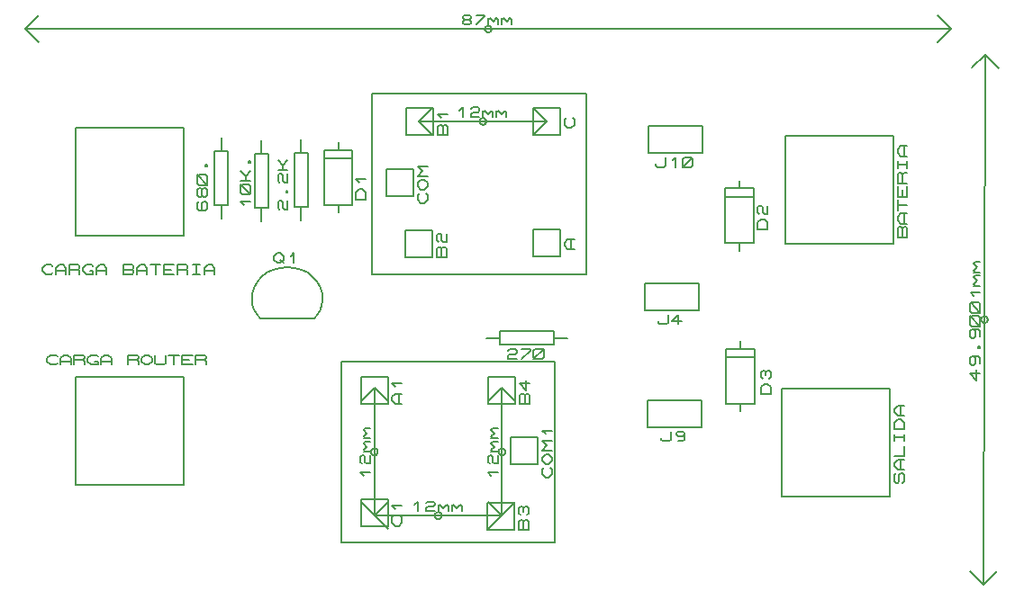
<source format=gbr>
G04 PROTEUS GERBER X2 FILE*
%TF.GenerationSoftware,Labcenter,Proteus,8.13-SP0-Build31525*%
%TF.CreationDate,2024-10-28T14:47:28+00:00*%
%TF.FileFunction,Legend,Top*%
%TF.FilePolarity,Positive*%
%TF.Part,Single*%
%TF.SameCoordinates,{34124c4d-f2d1-4a7d-b498-645d5fdee650}*%
%FSLAX45Y45*%
%MOMM*%
G01*
%TA.AperFunction,Material*%
%ADD20C,0.203200*%
%TA.AperFunction,NonMaterial*%
%ADD21C,0.203200*%
%TD.AperFunction*%
D20*
X+1504000Y+3192000D02*
X+1504000Y+4208000D01*
X+488000Y+3192000D02*
X+488000Y+4208000D01*
X+1504000Y+4208000D02*
X+488000Y+4208000D01*
X+1504000Y+3192000D02*
X+488000Y+3192000D01*
X+275750Y+2845160D02*
X+259875Y+2829920D01*
X+212250Y+2829920D01*
X+180500Y+2860400D01*
X+180500Y+2890880D01*
X+212250Y+2921360D01*
X+259875Y+2921360D01*
X+275750Y+2906120D01*
X+307500Y+2829920D02*
X+307500Y+2890880D01*
X+339250Y+2921360D01*
X+371000Y+2921360D01*
X+402750Y+2890880D01*
X+402750Y+2829920D01*
X+307500Y+2860400D02*
X+402750Y+2860400D01*
X+434500Y+2829920D02*
X+434500Y+2921360D01*
X+513875Y+2921360D01*
X+529750Y+2906120D01*
X+529750Y+2890880D01*
X+513875Y+2875640D01*
X+434500Y+2875640D01*
X+513875Y+2875640D02*
X+529750Y+2860400D01*
X+529750Y+2829920D01*
X+625000Y+2860400D02*
X+656750Y+2860400D01*
X+656750Y+2829920D01*
X+593250Y+2829920D01*
X+561500Y+2860400D01*
X+561500Y+2890880D01*
X+593250Y+2921360D01*
X+640875Y+2921360D01*
X+656750Y+2906120D01*
X+688500Y+2829920D02*
X+688500Y+2890880D01*
X+720250Y+2921360D01*
X+752000Y+2921360D01*
X+783750Y+2890880D01*
X+783750Y+2829920D01*
X+688500Y+2860400D02*
X+783750Y+2860400D01*
X+942500Y+2829920D02*
X+942500Y+2921360D01*
X+1021875Y+2921360D01*
X+1037750Y+2906120D01*
X+1037750Y+2890880D01*
X+1021875Y+2875640D01*
X+1037750Y+2860400D01*
X+1037750Y+2845160D01*
X+1021875Y+2829920D01*
X+942500Y+2829920D01*
X+942500Y+2875640D02*
X+1021875Y+2875640D01*
X+1069500Y+2829920D02*
X+1069500Y+2890880D01*
X+1101250Y+2921360D01*
X+1133000Y+2921360D01*
X+1164750Y+2890880D01*
X+1164750Y+2829920D01*
X+1069500Y+2860400D02*
X+1164750Y+2860400D01*
X+1196500Y+2921360D02*
X+1291750Y+2921360D01*
X+1244125Y+2921360D02*
X+1244125Y+2829920D01*
X+1418750Y+2829920D02*
X+1323500Y+2829920D01*
X+1323500Y+2921360D01*
X+1418750Y+2921360D01*
X+1323500Y+2875640D02*
X+1387000Y+2875640D01*
X+1450500Y+2829920D02*
X+1450500Y+2921360D01*
X+1529875Y+2921360D01*
X+1545750Y+2906120D01*
X+1545750Y+2890880D01*
X+1529875Y+2875640D01*
X+1450500Y+2875640D01*
X+1529875Y+2875640D02*
X+1545750Y+2860400D01*
X+1545750Y+2829920D01*
X+1593375Y+2921360D02*
X+1656875Y+2921360D01*
X+1625125Y+2921360D02*
X+1625125Y+2829920D01*
X+1593375Y+2829920D02*
X+1656875Y+2829920D01*
X+1704500Y+2829920D02*
X+1704500Y+2890880D01*
X+1736250Y+2921360D01*
X+1768000Y+2921360D01*
X+1799750Y+2890880D01*
X+1799750Y+2829920D01*
X+1704500Y+2860400D02*
X+1799750Y+2860400D01*
X+1504000Y+852000D02*
X+1504000Y+1868000D01*
X+488000Y+852000D02*
X+488000Y+1868000D01*
X+1504000Y+1868000D02*
X+488000Y+1868000D01*
X+1504000Y+852000D02*
X+488000Y+852000D01*
X+319250Y+1995160D02*
X+303375Y+1979920D01*
X+255750Y+1979920D01*
X+224000Y+2010400D01*
X+224000Y+2040880D01*
X+255750Y+2071360D01*
X+303375Y+2071360D01*
X+319250Y+2056120D01*
X+351000Y+1979920D02*
X+351000Y+2040880D01*
X+382750Y+2071360D01*
X+414500Y+2071360D01*
X+446250Y+2040880D01*
X+446250Y+1979920D01*
X+351000Y+2010400D02*
X+446250Y+2010400D01*
X+478000Y+1979920D02*
X+478000Y+2071360D01*
X+557375Y+2071360D01*
X+573250Y+2056120D01*
X+573250Y+2040880D01*
X+557375Y+2025640D01*
X+478000Y+2025640D01*
X+557375Y+2025640D02*
X+573250Y+2010400D01*
X+573250Y+1979920D01*
X+668500Y+2010400D02*
X+700250Y+2010400D01*
X+700250Y+1979920D01*
X+636750Y+1979920D01*
X+605000Y+2010400D01*
X+605000Y+2040880D01*
X+636750Y+2071360D01*
X+684375Y+2071360D01*
X+700250Y+2056120D01*
X+732000Y+1979920D02*
X+732000Y+2040880D01*
X+763750Y+2071360D01*
X+795500Y+2071360D01*
X+827250Y+2040880D01*
X+827250Y+1979920D01*
X+732000Y+2010400D02*
X+827250Y+2010400D01*
X+986000Y+1979920D02*
X+986000Y+2071360D01*
X+1065375Y+2071360D01*
X+1081250Y+2056120D01*
X+1081250Y+2040880D01*
X+1065375Y+2025640D01*
X+986000Y+2025640D01*
X+1065375Y+2025640D02*
X+1081250Y+2010400D01*
X+1081250Y+1979920D01*
X+1113000Y+2040880D02*
X+1144750Y+2071360D01*
X+1176500Y+2071360D01*
X+1208250Y+2040880D01*
X+1208250Y+2010400D01*
X+1176500Y+1979920D01*
X+1144750Y+1979920D01*
X+1113000Y+2010400D01*
X+1113000Y+2040880D01*
X+1240000Y+2071360D02*
X+1240000Y+1995160D01*
X+1255875Y+1979920D01*
X+1319375Y+1979920D01*
X+1335250Y+1995160D01*
X+1335250Y+2071360D01*
X+1367000Y+2071360D02*
X+1462250Y+2071360D01*
X+1414625Y+2071360D02*
X+1414625Y+1979920D01*
X+1589250Y+1979920D02*
X+1494000Y+1979920D01*
X+1494000Y+2071360D01*
X+1589250Y+2071360D01*
X+1494000Y+2025640D02*
X+1557500Y+2025640D01*
X+1621000Y+1979920D02*
X+1621000Y+2071360D01*
X+1700375Y+2071360D01*
X+1716250Y+2056120D01*
X+1716250Y+2040880D01*
X+1700375Y+2025640D01*
X+1621000Y+2025640D01*
X+1700375Y+2025640D02*
X+1716250Y+2010400D01*
X+1716250Y+1979920D01*
X+2610000Y+4103000D02*
X+2610000Y+3976000D01*
X+2546500Y+3468000D02*
X+2673500Y+3468000D01*
X+2673500Y+3976000D01*
X+2546500Y+3976000D01*
X+2546500Y+3468000D01*
X+2610000Y+3468000D02*
X+2610000Y+3341000D01*
X+2409380Y+3443875D02*
X+2394140Y+3459750D01*
X+2394140Y+3507375D01*
X+2409380Y+3523250D01*
X+2424620Y+3523250D01*
X+2439860Y+3507375D01*
X+2439860Y+3459750D01*
X+2455100Y+3443875D01*
X+2485580Y+3443875D01*
X+2485580Y+3523250D01*
X+2470340Y+3602625D02*
X+2470340Y+3618500D01*
X+2485580Y+3618500D01*
X+2485580Y+3602625D01*
X+2470340Y+3602625D01*
X+2409380Y+3697875D02*
X+2394140Y+3713750D01*
X+2394140Y+3761375D01*
X+2409380Y+3777250D01*
X+2424620Y+3777250D01*
X+2439860Y+3761375D01*
X+2439860Y+3713750D01*
X+2455100Y+3697875D01*
X+2485580Y+3697875D01*
X+2485580Y+3777250D01*
X+2394140Y+3809000D02*
X+2485580Y+3809000D01*
X+2394140Y+3904250D02*
X+2439860Y+3856625D01*
X+2485580Y+3904250D01*
X+2439860Y+3809000D02*
X+2439860Y+3856625D01*
X+2827920Y+3482920D02*
X+3094620Y+3482920D01*
X+3094620Y+4001080D01*
X+2827920Y+4001080D01*
X+2827920Y+3482920D01*
X+3092080Y+3919800D02*
X+2830460Y+3919800D01*
X+2960000Y+4072200D02*
X+2960000Y+4001080D01*
X+2960000Y+3482920D02*
X+2960000Y+3411800D01*
X+3216700Y+3535000D02*
X+3125260Y+3535000D01*
X+3125260Y+3598500D01*
X+3155740Y+3630250D01*
X+3186220Y+3630250D01*
X+3216700Y+3598500D01*
X+3216700Y+3535000D01*
X+3155740Y+3693750D02*
X+3125260Y+3725500D01*
X+3216700Y+3725500D01*
X+3603000Y+4143000D02*
X+3857000Y+4143000D01*
X+3857000Y+4397000D01*
X+3603000Y+4397000D01*
X+3603000Y+4143000D01*
X+3989080Y+4143000D02*
X+3897640Y+4143000D01*
X+3897640Y+4222375D01*
X+3912880Y+4238250D01*
X+3928120Y+4238250D01*
X+3943360Y+4222375D01*
X+3958600Y+4238250D01*
X+3973840Y+4238250D01*
X+3989080Y+4222375D01*
X+3989080Y+4143000D01*
X+3943360Y+4143000D02*
X+3943360Y+4222375D01*
X+3928120Y+4301750D02*
X+3897640Y+4333500D01*
X+3989080Y+4333500D01*
X+3593000Y+2993000D02*
X+3847000Y+2993000D01*
X+3847000Y+3247000D01*
X+3593000Y+3247000D01*
X+3593000Y+2993000D01*
X+3979080Y+2993000D02*
X+3887640Y+2993000D01*
X+3887640Y+3072375D01*
X+3902880Y+3088250D01*
X+3918120Y+3088250D01*
X+3933360Y+3072375D01*
X+3948600Y+3088250D01*
X+3963840Y+3088250D01*
X+3979080Y+3072375D01*
X+3979080Y+2993000D01*
X+3933360Y+2993000D02*
X+3933360Y+3072375D01*
X+3902880Y+3135875D02*
X+3887640Y+3151750D01*
X+3887640Y+3199375D01*
X+3902880Y+3215250D01*
X+3918120Y+3215250D01*
X+3933360Y+3199375D01*
X+3933360Y+3151750D01*
X+3948600Y+3135875D01*
X+3979080Y+3135875D01*
X+3979080Y+3215250D01*
X+3413000Y+3563000D02*
X+3667000Y+3563000D01*
X+3667000Y+3817000D01*
X+3413000Y+3817000D01*
X+3413000Y+3563000D01*
X+3783840Y+3594750D02*
X+3799080Y+3578875D01*
X+3799080Y+3531250D01*
X+3768600Y+3499500D01*
X+3738120Y+3499500D01*
X+3707640Y+3531250D01*
X+3707640Y+3578875D01*
X+3722880Y+3594750D01*
X+3738120Y+3626500D02*
X+3707640Y+3658250D01*
X+3707640Y+3690000D01*
X+3738120Y+3721750D01*
X+3768600Y+3721750D01*
X+3799080Y+3690000D01*
X+3799080Y+3658250D01*
X+3768600Y+3626500D01*
X+3738120Y+3626500D01*
X+3799080Y+3753500D02*
X+3707640Y+3753500D01*
X+3753360Y+3801125D01*
X+3707640Y+3848750D01*
X+3799080Y+3848750D01*
X+4793000Y+4143000D02*
X+5047000Y+4143000D01*
X+5047000Y+4397000D01*
X+4793000Y+4397000D01*
X+4793000Y+4143000D01*
X+5163840Y+4301750D02*
X+5179080Y+4285875D01*
X+5179080Y+4238250D01*
X+5148600Y+4206500D01*
X+5118120Y+4206500D01*
X+5087640Y+4238250D01*
X+5087640Y+4285875D01*
X+5102880Y+4301750D01*
X+4793000Y+3003000D02*
X+5047000Y+3003000D01*
X+5047000Y+3257000D01*
X+4793000Y+3257000D01*
X+4793000Y+3003000D01*
X+5179080Y+3066500D02*
X+5118120Y+3066500D01*
X+5087640Y+3098250D01*
X+5087640Y+3130000D01*
X+5118120Y+3161750D01*
X+5179080Y+3161750D01*
X+5148600Y+3066500D02*
X+5148600Y+3161750D01*
X+5879000Y+3973000D02*
X+6387000Y+3973000D01*
X+6387000Y+4227000D01*
X+5879000Y+4227000D01*
X+5879000Y+3973000D01*
X+5942500Y+3871400D02*
X+5942500Y+3856160D01*
X+5958375Y+3840920D01*
X+6021875Y+3840920D01*
X+6037750Y+3856160D01*
X+6037750Y+3932360D01*
X+6101250Y+3901880D02*
X+6133000Y+3932360D01*
X+6133000Y+3840920D01*
X+6196500Y+3856160D02*
X+6196500Y+3917120D01*
X+6212375Y+3932360D01*
X+6275875Y+3932360D01*
X+6291750Y+3917120D01*
X+6291750Y+3856160D01*
X+6275875Y+3840920D01*
X+6212375Y+3840920D01*
X+6196500Y+3856160D01*
X+6196500Y+3840920D02*
X+6291750Y+3932360D01*
X+5839000Y+2493000D02*
X+6347000Y+2493000D01*
X+6347000Y+2747000D01*
X+5839000Y+2747000D01*
X+5839000Y+2493000D01*
X+5966000Y+2391400D02*
X+5966000Y+2376160D01*
X+5981875Y+2360920D01*
X+6045375Y+2360920D01*
X+6061250Y+2376160D01*
X+6061250Y+2452360D01*
X+6188250Y+2391400D02*
X+6093000Y+2391400D01*
X+6156500Y+2452360D01*
X+6156500Y+2360920D01*
X+6607920Y+1612920D02*
X+6874620Y+1612920D01*
X+6874620Y+2131080D01*
X+6607920Y+2131080D01*
X+6607920Y+1612920D01*
X+6872080Y+2049800D02*
X+6610460Y+2049800D01*
X+6740000Y+2202200D02*
X+6740000Y+2131080D01*
X+6740000Y+1612920D02*
X+6740000Y+1541800D01*
X+7026700Y+1705000D02*
X+6935260Y+1705000D01*
X+6935260Y+1768500D01*
X+6965740Y+1800250D01*
X+6996220Y+1800250D01*
X+7026700Y+1768500D01*
X+7026700Y+1705000D01*
X+6950500Y+1847875D02*
X+6935260Y+1863750D01*
X+6935260Y+1911375D01*
X+6950500Y+1927250D01*
X+6965740Y+1927250D01*
X+6980980Y+1911375D01*
X+6996220Y+1927250D01*
X+7011460Y+1927250D01*
X+7026700Y+1911375D01*
X+7026700Y+1863750D01*
X+7011460Y+1847875D01*
X+6980980Y+1879625D02*
X+6980980Y+1911375D01*
X+5869000Y+1393000D02*
X+6377000Y+1393000D01*
X+6377000Y+1647000D01*
X+5869000Y+1647000D01*
X+5869000Y+1393000D01*
X+5996000Y+1291400D02*
X+5996000Y+1276160D01*
X+6011875Y+1260920D01*
X+6075375Y+1260920D01*
X+6091250Y+1276160D01*
X+6091250Y+1352360D01*
X+6218250Y+1321880D02*
X+6202375Y+1306640D01*
X+6154750Y+1306640D01*
X+6138875Y+1321880D01*
X+6138875Y+1337120D01*
X+6154750Y+1352360D01*
X+6202375Y+1352360D01*
X+6218250Y+1337120D01*
X+6218250Y+1276160D01*
X+6202375Y+1260920D01*
X+6154750Y+1260920D01*
X+5113000Y+2230000D02*
X+4986000Y+2230000D01*
X+4478000Y+2166500D02*
X+4986000Y+2166500D01*
X+4986000Y+2293500D01*
X+4478000Y+2293500D01*
X+4478000Y+2166500D01*
X+4478000Y+2230000D02*
X+4351000Y+2230000D01*
X+4557375Y+2110620D02*
X+4573250Y+2125860D01*
X+4620875Y+2125860D01*
X+4636750Y+2110620D01*
X+4636750Y+2095380D01*
X+4620875Y+2080140D01*
X+4573250Y+2080140D01*
X+4557375Y+2064900D01*
X+4557375Y+2034420D01*
X+4636750Y+2034420D01*
X+4684375Y+2125860D02*
X+4763750Y+2125860D01*
X+4763750Y+2110620D01*
X+4684375Y+2034420D01*
X+4795500Y+2049660D02*
X+4795500Y+2110620D01*
X+4811375Y+2125860D01*
X+4874875Y+2125860D01*
X+4890750Y+2110620D01*
X+4890750Y+2049660D01*
X+4874875Y+2034420D01*
X+4811375Y+2034420D01*
X+4795500Y+2049660D01*
X+4795500Y+2034420D02*
X+4890750Y+2125860D01*
X+2240000Y+3327000D02*
X+2240000Y+3454000D01*
X+2176500Y+3454000D02*
X+2303500Y+3454000D01*
X+2303500Y+3962000D01*
X+2176500Y+3962000D01*
X+2176500Y+3454000D01*
X+2240000Y+3962000D02*
X+2240000Y+4089000D01*
X+2074900Y+3485750D02*
X+2044420Y+3517500D01*
X+2135860Y+3517500D01*
X+2120620Y+3581000D02*
X+2059660Y+3581000D01*
X+2044420Y+3596875D01*
X+2044420Y+3660375D01*
X+2059660Y+3676250D01*
X+2120620Y+3676250D01*
X+2135860Y+3660375D01*
X+2135860Y+3596875D01*
X+2120620Y+3581000D01*
X+2135860Y+3581000D02*
X+2044420Y+3676250D01*
X+2044420Y+3708000D02*
X+2135860Y+3708000D01*
X+2044420Y+3803250D02*
X+2090140Y+3755625D01*
X+2135860Y+3803250D01*
X+2090140Y+3708000D02*
X+2090140Y+3755625D01*
X+2120620Y+3882625D02*
X+2120620Y+3898500D01*
X+2135860Y+3898500D01*
X+2135860Y+3882625D01*
X+2120620Y+3882625D01*
X+1860000Y+4113000D02*
X+1860000Y+3986000D01*
X+1796500Y+3478000D02*
X+1923500Y+3478000D01*
X+1923500Y+3986000D01*
X+1796500Y+3986000D01*
X+1796500Y+3478000D01*
X+1860000Y+3478000D02*
X+1860000Y+3351000D01*
X+1649380Y+3513250D02*
X+1634140Y+3497375D01*
X+1634140Y+3449750D01*
X+1649380Y+3433875D01*
X+1710340Y+3433875D01*
X+1725580Y+3449750D01*
X+1725580Y+3497375D01*
X+1710340Y+3513250D01*
X+1695100Y+3513250D01*
X+1679860Y+3497375D01*
X+1679860Y+3433875D01*
X+1679860Y+3576750D02*
X+1664620Y+3560875D01*
X+1649380Y+3560875D01*
X+1634140Y+3576750D01*
X+1634140Y+3624375D01*
X+1649380Y+3640250D01*
X+1664620Y+3640250D01*
X+1679860Y+3624375D01*
X+1679860Y+3576750D01*
X+1695100Y+3560875D01*
X+1710340Y+3560875D01*
X+1725580Y+3576750D01*
X+1725580Y+3624375D01*
X+1710340Y+3640250D01*
X+1695100Y+3640250D01*
X+1679860Y+3624375D01*
X+1710340Y+3672000D02*
X+1649380Y+3672000D01*
X+1634140Y+3687875D01*
X+1634140Y+3751375D01*
X+1649380Y+3767250D01*
X+1710340Y+3767250D01*
X+1725580Y+3751375D01*
X+1725580Y+3687875D01*
X+1710340Y+3672000D01*
X+1725580Y+3672000D02*
X+1634140Y+3767250D01*
X+1710340Y+3846625D02*
X+1710340Y+3862500D01*
X+1725580Y+3862500D01*
X+1725580Y+3846625D01*
X+1710340Y+3846625D01*
X+4363000Y+423000D02*
X+4617000Y+423000D01*
X+4617000Y+677000D01*
X+4363000Y+677000D01*
X+4363000Y+423000D01*
X+4749080Y+423000D02*
X+4657640Y+423000D01*
X+4657640Y+502375D01*
X+4672880Y+518250D01*
X+4688120Y+518250D01*
X+4703360Y+502375D01*
X+4718600Y+518250D01*
X+4733840Y+518250D01*
X+4749080Y+502375D01*
X+4749080Y+423000D01*
X+4703360Y+423000D02*
X+4703360Y+502375D01*
X+4672880Y+565875D02*
X+4657640Y+581750D01*
X+4657640Y+629375D01*
X+4672880Y+645250D01*
X+4688120Y+645250D01*
X+4703360Y+629375D01*
X+4718600Y+645250D01*
X+4733840Y+645250D01*
X+4749080Y+629375D01*
X+4749080Y+581750D01*
X+4733840Y+565875D01*
X+4703360Y+597625D02*
X+4703360Y+629375D01*
X+4373000Y+1613000D02*
X+4627000Y+1613000D01*
X+4627000Y+1867000D01*
X+4373000Y+1867000D01*
X+4373000Y+1613000D01*
X+4759080Y+1613000D02*
X+4667640Y+1613000D01*
X+4667640Y+1692375D01*
X+4682880Y+1708250D01*
X+4698120Y+1708250D01*
X+4713360Y+1692375D01*
X+4728600Y+1708250D01*
X+4743840Y+1708250D01*
X+4759080Y+1692375D01*
X+4759080Y+1613000D01*
X+4713360Y+1613000D02*
X+4713360Y+1692375D01*
X+4728600Y+1835250D02*
X+4728600Y+1740000D01*
X+4667640Y+1803500D01*
X+4759080Y+1803500D01*
X+4583000Y+1043000D02*
X+4837000Y+1043000D01*
X+4837000Y+1297000D01*
X+4583000Y+1297000D01*
X+4583000Y+1043000D01*
X+4953840Y+1011250D02*
X+4969080Y+995375D01*
X+4969080Y+947750D01*
X+4938600Y+916000D01*
X+4908120Y+916000D01*
X+4877640Y+947750D01*
X+4877640Y+995375D01*
X+4892880Y+1011250D01*
X+4908120Y+1043000D02*
X+4877640Y+1074750D01*
X+4877640Y+1106500D01*
X+4908120Y+1138250D01*
X+4938600Y+1138250D01*
X+4969080Y+1106500D01*
X+4969080Y+1074750D01*
X+4938600Y+1043000D01*
X+4908120Y+1043000D01*
X+4969080Y+1170000D02*
X+4877640Y+1170000D01*
X+4923360Y+1217625D01*
X+4877640Y+1265250D01*
X+4969080Y+1265250D01*
X+4908120Y+1328750D02*
X+4877640Y+1360500D01*
X+4969080Y+1360500D01*
X+3173000Y+463000D02*
X+3427000Y+463000D01*
X+3427000Y+717000D01*
X+3173000Y+717000D01*
X+3173000Y+463000D01*
X+3543840Y+558250D02*
X+3559080Y+542375D01*
X+3559080Y+494750D01*
X+3528600Y+463000D01*
X+3498120Y+463000D01*
X+3467640Y+494750D01*
X+3467640Y+542375D01*
X+3482880Y+558250D01*
X+3498120Y+621750D02*
X+3467640Y+653500D01*
X+3559080Y+653500D01*
X+3173000Y+1613000D02*
X+3427000Y+1613000D01*
X+3427000Y+1867000D01*
X+3173000Y+1867000D01*
X+3173000Y+1613000D01*
X+3559080Y+1613000D02*
X+3498120Y+1613000D01*
X+3467640Y+1644750D01*
X+3467640Y+1676500D01*
X+3498120Y+1708250D01*
X+3559080Y+1708250D01*
X+3528600Y+1613000D02*
X+3528600Y+1708250D01*
X+3498120Y+1771750D02*
X+3467640Y+1803500D01*
X+3559080Y+1803500D01*
X+8148000Y+1754000D02*
X+7132000Y+1754000D01*
X+8148000Y+738000D02*
X+7132000Y+738000D01*
X+7132000Y+1754000D02*
X+7132000Y+738000D01*
X+8148000Y+1754000D02*
X+8148000Y+738000D01*
X+8264840Y+865000D02*
X+8280080Y+880875D01*
X+8280080Y+944375D01*
X+8264840Y+960250D01*
X+8249600Y+960250D01*
X+8234360Y+944375D01*
X+8234360Y+880875D01*
X+8219120Y+865000D01*
X+8203880Y+865000D01*
X+8188640Y+880875D01*
X+8188640Y+944375D01*
X+8203880Y+960250D01*
X+8280080Y+992000D02*
X+8219120Y+992000D01*
X+8188640Y+1023750D01*
X+8188640Y+1055500D01*
X+8219120Y+1087250D01*
X+8280080Y+1087250D01*
X+8249600Y+992000D02*
X+8249600Y+1087250D01*
X+8188640Y+1119000D02*
X+8280080Y+1119000D01*
X+8280080Y+1214250D01*
X+8188640Y+1261875D02*
X+8188640Y+1325375D01*
X+8188640Y+1293625D02*
X+8280080Y+1293625D01*
X+8280080Y+1261875D02*
X+8280080Y+1325375D01*
X+8280080Y+1373000D02*
X+8188640Y+1373000D01*
X+8188640Y+1436500D01*
X+8219120Y+1468250D01*
X+8249600Y+1468250D01*
X+8280080Y+1436500D01*
X+8280080Y+1373000D01*
X+8280080Y+1500000D02*
X+8219120Y+1500000D01*
X+8188640Y+1531750D01*
X+8188640Y+1563500D01*
X+8219120Y+1595250D01*
X+8280080Y+1595250D01*
X+8249600Y+1500000D02*
X+8249600Y+1595250D01*
X+2226000Y+2414900D02*
X+2734000Y+2414900D01*
X+2149800Y+2580000D02*
X+2154562Y+2541702D01*
X+2168850Y+2502212D01*
X+2192662Y+2460342D01*
X+2226000Y+2414900D01*
X+2149800Y+2580000D02*
X+2152431Y+2644918D01*
X+2168912Y+2704953D01*
X+2197839Y+2758942D01*
X+2237807Y+2805722D01*
X+2287412Y+2844131D01*
X+2345249Y+2873005D01*
X+2409913Y+2891183D01*
X+2480000Y+2897500D01*
X+2810200Y+2580000D02*
X+2805438Y+2541702D01*
X+2791150Y+2502212D01*
X+2767338Y+2460342D01*
X+2734000Y+2414900D01*
X+2810200Y+2580000D02*
X+2807569Y+2644918D01*
X+2791088Y+2704953D01*
X+2762161Y+2758942D01*
X+2722193Y+2805722D01*
X+2672588Y+2844131D01*
X+2614751Y+2873005D01*
X+2550087Y+2891183D01*
X+2480000Y+2897500D01*
X+2353000Y+2999100D02*
X+2384750Y+3029580D01*
X+2416500Y+3029580D01*
X+2448250Y+2999100D01*
X+2448250Y+2968620D01*
X+2416500Y+2938140D01*
X+2384750Y+2938140D01*
X+2353000Y+2968620D01*
X+2353000Y+2999100D01*
X+2416500Y+2968620D02*
X+2448250Y+2938140D01*
X+2511750Y+2999100D02*
X+2543500Y+3029580D01*
X+2543500Y+2938140D01*
X+8178000Y+4134000D02*
X+7162000Y+4134000D01*
X+8178000Y+3118000D02*
X+7162000Y+3118000D01*
X+7162000Y+4134000D02*
X+7162000Y+3118000D01*
X+8178000Y+4134000D02*
X+8178000Y+3118000D01*
X+8310080Y+3181500D02*
X+8218640Y+3181500D01*
X+8218640Y+3260875D01*
X+8233880Y+3276750D01*
X+8249120Y+3276750D01*
X+8264360Y+3260875D01*
X+8279600Y+3276750D01*
X+8294840Y+3276750D01*
X+8310080Y+3260875D01*
X+8310080Y+3181500D01*
X+8264360Y+3181500D02*
X+8264360Y+3260875D01*
X+8310080Y+3308500D02*
X+8249120Y+3308500D01*
X+8218640Y+3340250D01*
X+8218640Y+3372000D01*
X+8249120Y+3403750D01*
X+8310080Y+3403750D01*
X+8279600Y+3308500D02*
X+8279600Y+3403750D01*
X+8218640Y+3435500D02*
X+8218640Y+3530750D01*
X+8218640Y+3483125D02*
X+8310080Y+3483125D01*
X+8310080Y+3657750D02*
X+8310080Y+3562500D01*
X+8218640Y+3562500D01*
X+8218640Y+3657750D01*
X+8264360Y+3562500D02*
X+8264360Y+3626000D01*
X+8310080Y+3689500D02*
X+8218640Y+3689500D01*
X+8218640Y+3768875D01*
X+8233880Y+3784750D01*
X+8249120Y+3784750D01*
X+8264360Y+3768875D01*
X+8264360Y+3689500D01*
X+8264360Y+3768875D02*
X+8279600Y+3784750D01*
X+8310080Y+3784750D01*
X+8218640Y+3832375D02*
X+8218640Y+3895875D01*
X+8218640Y+3864125D02*
X+8310080Y+3864125D01*
X+8310080Y+3832375D02*
X+8310080Y+3895875D01*
X+8310080Y+3943500D02*
X+8249120Y+3943500D01*
X+8218640Y+3975250D01*
X+8218640Y+4007000D01*
X+8249120Y+4038750D01*
X+8310080Y+4038750D01*
X+8279600Y+3943500D02*
X+8279600Y+4038750D01*
D21*
X+4500000Y+560000D02*
X+3300000Y+560000D01*
X+4500000Y+560000D02*
X+4373000Y+687000D01*
X+4500000Y+560000D02*
X+4373000Y+433000D01*
X+3300000Y+560000D02*
X+3427000Y+433000D01*
X+3300000Y+560000D02*
X+3427000Y+687000D01*
X+3931750Y+560000D02*
X+3931641Y+562634D01*
X+3930751Y+567903D01*
X+3928889Y+573172D01*
X+3925846Y+578441D01*
X+3921191Y+583643D01*
X+3915922Y+587469D01*
X+3910653Y+589909D01*
X+3905384Y+591290D01*
X+3900115Y+591750D01*
X+3900000Y+591750D01*
X+3868250Y+560000D02*
X+3868359Y+562634D01*
X+3869249Y+567903D01*
X+3871111Y+573172D01*
X+3874154Y+578441D01*
X+3878809Y+583643D01*
X+3884078Y+587469D01*
X+3889347Y+589909D01*
X+3894616Y+591290D01*
X+3899885Y+591750D01*
X+3900000Y+591750D01*
X+3868250Y+560000D02*
X+3868359Y+557366D01*
X+3869249Y+552097D01*
X+3871111Y+546828D01*
X+3874154Y+541559D01*
X+3878809Y+536357D01*
X+3884078Y+532531D01*
X+3889347Y+530091D01*
X+3894616Y+528710D01*
X+3899885Y+528250D01*
X+3900000Y+528250D01*
X+3931750Y+560000D02*
X+3931641Y+557366D01*
X+3930751Y+552097D01*
X+3928889Y+546828D01*
X+3925846Y+541559D01*
X+3921191Y+536357D01*
X+3915922Y+532531D01*
X+3910653Y+530091D01*
X+3905384Y+528710D01*
X+3900115Y+528250D01*
X+3900000Y+528250D01*
X+3677750Y+661600D02*
X+3709500Y+692080D01*
X+3709500Y+600640D01*
X+3788875Y+676840D02*
X+3804750Y+692080D01*
X+3852375Y+692080D01*
X+3868250Y+676840D01*
X+3868250Y+661600D01*
X+3852375Y+646360D01*
X+3804750Y+646360D01*
X+3788875Y+631120D01*
X+3788875Y+600640D01*
X+3868250Y+600640D01*
X+3900000Y+600640D02*
X+3900000Y+661600D01*
X+3900000Y+646360D02*
X+3915875Y+661600D01*
X+3947625Y+631120D01*
X+3979375Y+661600D01*
X+3995250Y+646360D01*
X+3995250Y+600640D01*
X+4027000Y+600640D02*
X+4027000Y+661600D01*
X+4027000Y+646360D02*
X+4042875Y+661600D01*
X+4074625Y+631120D01*
X+4106375Y+661600D01*
X+4122250Y+646360D01*
X+4122250Y+600640D01*
X+3300000Y+560000D02*
X+3300000Y+1760000D01*
X+3300000Y+560000D02*
X+3427000Y+687000D01*
X+3300000Y+560000D02*
X+3173000Y+687000D01*
X+3300000Y+1760000D02*
X+3173000Y+1633000D01*
X+3300000Y+1760000D02*
X+3427000Y+1633000D01*
X+3331750Y+1160000D02*
X+3331641Y+1162634D01*
X+3330751Y+1167903D01*
X+3328889Y+1173172D01*
X+3325846Y+1178441D01*
X+3321191Y+1183643D01*
X+3315922Y+1187469D01*
X+3310653Y+1189909D01*
X+3305384Y+1191290D01*
X+3300115Y+1191750D01*
X+3300000Y+1191750D01*
X+3268250Y+1160000D02*
X+3268359Y+1162634D01*
X+3269249Y+1167903D01*
X+3271111Y+1173172D01*
X+3274154Y+1178441D01*
X+3278809Y+1183643D01*
X+3284078Y+1187469D01*
X+3289347Y+1189909D01*
X+3294616Y+1191290D01*
X+3299885Y+1191750D01*
X+3300000Y+1191750D01*
X+3268250Y+1160000D02*
X+3268359Y+1157366D01*
X+3269249Y+1152097D01*
X+3271111Y+1146828D01*
X+3274154Y+1141559D01*
X+3278809Y+1136357D01*
X+3284078Y+1132531D01*
X+3289347Y+1130091D01*
X+3294616Y+1128710D01*
X+3299885Y+1128250D01*
X+3300000Y+1128250D01*
X+3331750Y+1160000D02*
X+3331641Y+1157366D01*
X+3330751Y+1152097D01*
X+3328889Y+1146828D01*
X+3325846Y+1141559D01*
X+3321191Y+1136357D01*
X+3315922Y+1132531D01*
X+3310653Y+1130091D01*
X+3305384Y+1128710D01*
X+3300115Y+1128250D01*
X+3300000Y+1128250D01*
X+3198400Y+937750D02*
X+3167920Y+969500D01*
X+3259360Y+969500D01*
X+3183160Y+1048875D02*
X+3167920Y+1064750D01*
X+3167920Y+1112375D01*
X+3183160Y+1128250D01*
X+3198400Y+1128250D01*
X+3213640Y+1112375D01*
X+3213640Y+1064750D01*
X+3228880Y+1048875D01*
X+3259360Y+1048875D01*
X+3259360Y+1128250D01*
X+3259360Y+1160000D02*
X+3198400Y+1160000D01*
X+3213640Y+1160000D02*
X+3198400Y+1175875D01*
X+3228880Y+1207625D01*
X+3198400Y+1239375D01*
X+3213640Y+1255250D01*
X+3259360Y+1255250D01*
X+3259360Y+1287000D02*
X+3198400Y+1287000D01*
X+3213640Y+1287000D02*
X+3198400Y+1302875D01*
X+3228880Y+1334625D01*
X+3198400Y+1366375D01*
X+3213640Y+1382250D01*
X+3259360Y+1382250D01*
X+4500000Y+560000D02*
X+4500000Y+1760000D01*
X+4500000Y+560000D02*
X+4627000Y+687000D01*
X+4500000Y+560000D02*
X+4373000Y+687000D01*
X+4500000Y+1760000D02*
X+4373000Y+1633000D01*
X+4500000Y+1760000D02*
X+4627000Y+1633000D01*
X+4531750Y+1160000D02*
X+4531641Y+1162634D01*
X+4530751Y+1167903D01*
X+4528889Y+1173172D01*
X+4525846Y+1178441D01*
X+4521191Y+1183643D01*
X+4515922Y+1187469D01*
X+4510653Y+1189909D01*
X+4505384Y+1191290D01*
X+4500115Y+1191750D01*
X+4500000Y+1191750D01*
X+4468250Y+1160000D02*
X+4468359Y+1162634D01*
X+4469249Y+1167903D01*
X+4471111Y+1173172D01*
X+4474154Y+1178441D01*
X+4478809Y+1183643D01*
X+4484078Y+1187469D01*
X+4489347Y+1189909D01*
X+4494616Y+1191290D01*
X+4499885Y+1191750D01*
X+4500000Y+1191750D01*
X+4468250Y+1160000D02*
X+4468359Y+1157366D01*
X+4469249Y+1152097D01*
X+4471111Y+1146828D01*
X+4474154Y+1141559D01*
X+4478809Y+1136357D01*
X+4484078Y+1132531D01*
X+4489347Y+1130091D01*
X+4494616Y+1128710D01*
X+4499885Y+1128250D01*
X+4500000Y+1128250D01*
X+4531750Y+1160000D02*
X+4531641Y+1157366D01*
X+4530751Y+1152097D01*
X+4528889Y+1146828D01*
X+4525846Y+1141559D01*
X+4521191Y+1136357D01*
X+4515922Y+1132531D01*
X+4510653Y+1130091D01*
X+4505384Y+1128710D01*
X+4500115Y+1128250D01*
X+4500000Y+1128250D01*
X+4398400Y+937750D02*
X+4367920Y+969500D01*
X+4459360Y+969500D01*
X+4383160Y+1048875D02*
X+4367920Y+1064750D01*
X+4367920Y+1112375D01*
X+4383160Y+1128250D01*
X+4398400Y+1128250D01*
X+4413640Y+1112375D01*
X+4413640Y+1064750D01*
X+4428880Y+1048875D01*
X+4459360Y+1048875D01*
X+4459360Y+1128250D01*
X+4459360Y+1160000D02*
X+4398400Y+1160000D01*
X+4413640Y+1160000D02*
X+4398400Y+1175875D01*
X+4428880Y+1207625D01*
X+4398400Y+1239375D01*
X+4413640Y+1255250D01*
X+4459360Y+1255250D01*
X+4459360Y+1287000D02*
X+4398400Y+1287000D01*
X+4413640Y+1287000D02*
X+4398400Y+1302875D01*
X+4428880Y+1334625D01*
X+4398400Y+1366375D01*
X+4413640Y+1382250D01*
X+4459360Y+1382250D01*
X+3720000Y+4270000D02*
X+4920000Y+4270000D01*
X+3720000Y+4270000D02*
X+3847000Y+4143000D01*
X+3720000Y+4270000D02*
X+3847000Y+4397000D01*
X+4920000Y+4270000D02*
X+4793000Y+4397000D01*
X+4920000Y+4270000D02*
X+4793000Y+4143000D01*
X+4351750Y+4270000D02*
X+4351641Y+4272634D01*
X+4350751Y+4277903D01*
X+4348889Y+4283172D01*
X+4345846Y+4288441D01*
X+4341191Y+4293643D01*
X+4335922Y+4297469D01*
X+4330653Y+4299909D01*
X+4325384Y+4301290D01*
X+4320115Y+4301750D01*
X+4320000Y+4301750D01*
X+4288250Y+4270000D02*
X+4288359Y+4272634D01*
X+4289249Y+4277903D01*
X+4291111Y+4283172D01*
X+4294154Y+4288441D01*
X+4298809Y+4293643D01*
X+4304078Y+4297469D01*
X+4309347Y+4299909D01*
X+4314616Y+4301290D01*
X+4319885Y+4301750D01*
X+4320000Y+4301750D01*
X+4288250Y+4270000D02*
X+4288359Y+4267366D01*
X+4289249Y+4262097D01*
X+4291111Y+4256828D01*
X+4294154Y+4251559D01*
X+4298809Y+4246357D01*
X+4304078Y+4242531D01*
X+4309347Y+4240091D01*
X+4314616Y+4238710D01*
X+4319885Y+4238250D01*
X+4320000Y+4238250D01*
X+4351750Y+4270000D02*
X+4351641Y+4267366D01*
X+4350751Y+4262097D01*
X+4348889Y+4256828D01*
X+4345846Y+4251559D01*
X+4341191Y+4246357D01*
X+4335922Y+4242531D01*
X+4330653Y+4240091D01*
X+4325384Y+4238710D01*
X+4320115Y+4238250D01*
X+4320000Y+4238250D01*
X+4097750Y+4371600D02*
X+4129500Y+4402080D01*
X+4129500Y+4310640D01*
X+4208875Y+4386840D02*
X+4224750Y+4402080D01*
X+4272375Y+4402080D01*
X+4288250Y+4386840D01*
X+4288250Y+4371600D01*
X+4272375Y+4356360D01*
X+4224750Y+4356360D01*
X+4208875Y+4341120D01*
X+4208875Y+4310640D01*
X+4288250Y+4310640D01*
X+4320000Y+4310640D02*
X+4320000Y+4371600D01*
X+4320000Y+4356360D02*
X+4335875Y+4371600D01*
X+4367625Y+4341120D01*
X+4399375Y+4371600D01*
X+4415250Y+4356360D01*
X+4415250Y+4310640D01*
X+4447000Y+4310640D02*
X+4447000Y+4371600D01*
X+4447000Y+4356360D02*
X+4462875Y+4371600D01*
X+4494625Y+4341120D01*
X+4526375Y+4371600D01*
X+4542250Y+4356360D01*
X+4542250Y+4310640D01*
D20*
X+3280000Y+2830000D02*
X+5290000Y+2830000D01*
X+5290000Y+4530000D01*
X+3280000Y+4530000D01*
X+3280000Y+2830000D01*
X+2990000Y+310000D02*
X+5000000Y+310000D01*
X+5000000Y+2010000D01*
X+2990000Y+2010000D01*
X+2990000Y+310000D01*
D21*
X+20000Y+5140000D02*
X+8720000Y+5140000D01*
X+20000Y+5140000D02*
X+147000Y+5013000D01*
X+20000Y+5140000D02*
X+147000Y+5267000D01*
X+8720000Y+5140000D02*
X+8593000Y+5267000D01*
X+8720000Y+5140000D02*
X+8593000Y+5013000D01*
X+4401750Y+5140000D02*
X+4401641Y+5142634D01*
X+4400751Y+5147903D01*
X+4398889Y+5153172D01*
X+4395846Y+5158441D01*
X+4391191Y+5163643D01*
X+4385922Y+5167469D01*
X+4380653Y+5169909D01*
X+4375384Y+5171290D01*
X+4370115Y+5171750D01*
X+4370000Y+5171750D01*
X+4338250Y+5140000D02*
X+4338359Y+5142634D01*
X+4339249Y+5147903D01*
X+4341111Y+5153172D01*
X+4344154Y+5158441D01*
X+4348809Y+5163643D01*
X+4354078Y+5167469D01*
X+4359347Y+5169909D01*
X+4364616Y+5171290D01*
X+4369885Y+5171750D01*
X+4370000Y+5171750D01*
X+4338250Y+5140000D02*
X+4338359Y+5137366D01*
X+4339249Y+5132097D01*
X+4341111Y+5126828D01*
X+4344154Y+5121559D01*
X+4348809Y+5116357D01*
X+4354078Y+5112531D01*
X+4359347Y+5110091D01*
X+4364616Y+5108710D01*
X+4369885Y+5108250D01*
X+4370000Y+5108250D01*
X+4401750Y+5140000D02*
X+4401641Y+5137366D01*
X+4400751Y+5132097D01*
X+4398889Y+5126828D01*
X+4395846Y+5121559D01*
X+4391191Y+5116357D01*
X+4385922Y+5112531D01*
X+4380653Y+5110091D01*
X+4375384Y+5108710D01*
X+4370115Y+5108250D01*
X+4370000Y+5108250D01*
X+4147750Y+5226360D02*
X+4131875Y+5241600D01*
X+4131875Y+5256840D01*
X+4147750Y+5272080D01*
X+4195375Y+5272080D01*
X+4211250Y+5256840D01*
X+4211250Y+5241600D01*
X+4195375Y+5226360D01*
X+4147750Y+5226360D01*
X+4131875Y+5211120D01*
X+4131875Y+5195880D01*
X+4147750Y+5180640D01*
X+4195375Y+5180640D01*
X+4211250Y+5195880D01*
X+4211250Y+5211120D01*
X+4195375Y+5226360D01*
X+4258875Y+5272080D02*
X+4338250Y+5272080D01*
X+4338250Y+5256840D01*
X+4258875Y+5180640D01*
X+4370000Y+5180640D02*
X+4370000Y+5241600D01*
X+4370000Y+5226360D02*
X+4385875Y+5241600D01*
X+4417625Y+5211120D01*
X+4449375Y+5241600D01*
X+4465250Y+5226360D01*
X+4465250Y+5180640D01*
X+4497000Y+5180640D02*
X+4497000Y+5241600D01*
X+4497000Y+5226360D02*
X+4512875Y+5241600D01*
X+4544625Y+5211120D01*
X+4576375Y+5241600D01*
X+4592250Y+5226360D01*
X+4592250Y+5180640D01*
X+9040000Y+4900000D02*
X+9030000Y-90000D01*
X+9040000Y+4900000D02*
X+8912745Y+4773254D01*
X+9040000Y+4900000D02*
X+9166745Y+4772745D01*
X+9030000Y-90000D02*
X+9157254Y+36745D01*
X+9030000Y-90000D02*
X+8903254Y+37254D01*
X+9066750Y+2405000D02*
X+9066641Y+2407634D01*
X+9065751Y+2412903D01*
X+9063889Y+2418172D01*
X+9060846Y+2423441D01*
X+9056191Y+2428643D01*
X+9050922Y+2432469D01*
X+9045653Y+2434909D01*
X+9040384Y+2436290D01*
X+9035115Y+2436750D01*
X+9035000Y+2436750D01*
X+9003250Y+2405000D02*
X+9003359Y+2407634D01*
X+9004249Y+2412903D01*
X+9006111Y+2418172D01*
X+9009154Y+2423441D01*
X+9013809Y+2428643D01*
X+9019078Y+2432469D01*
X+9024347Y+2434909D01*
X+9029616Y+2436290D01*
X+9034885Y+2436750D01*
X+9035000Y+2436750D01*
X+9003250Y+2405000D02*
X+9003359Y+2402366D01*
X+9004249Y+2397097D01*
X+9006111Y+2391828D01*
X+9009154Y+2386559D01*
X+9013809Y+2381357D01*
X+9019078Y+2377531D01*
X+9024347Y+2375091D01*
X+9029616Y+2373710D01*
X+9034885Y+2373250D01*
X+9035000Y+2373250D01*
X+9066750Y+2405000D02*
X+9066641Y+2402366D01*
X+9065751Y+2397097D01*
X+9063889Y+2391828D01*
X+9060846Y+2386559D01*
X+9056191Y+2381357D01*
X+9050922Y+2377531D01*
X+9045653Y+2375091D01*
X+9040384Y+2373710D01*
X+9035115Y+2373250D01*
X+9035000Y+2373250D01*
X+8962219Y+1929000D02*
X+8961886Y+1833751D01*
X+8901148Y+1897463D01*
X+8992588Y+1897144D01*
X+8932182Y+2056106D02*
X+8947367Y+2040178D01*
X+8947200Y+1992553D01*
X+8931905Y+1976731D01*
X+8916665Y+1976784D01*
X+8901481Y+1992712D01*
X+8901647Y+2040337D01*
X+8916942Y+2056159D01*
X+8977902Y+2055946D01*
X+8993086Y+2040018D01*
X+8992920Y+1992393D01*
X+8978180Y+2135320D02*
X+8978235Y+2151195D01*
X+8993475Y+2151142D01*
X+8993419Y+2135267D01*
X+8978180Y+2135320D01*
X+8933069Y+2310105D02*
X+8948254Y+2294177D01*
X+8948087Y+2246552D01*
X+8932792Y+2230730D01*
X+8917552Y+2230783D01*
X+8902368Y+2246711D01*
X+8902534Y+2294336D01*
X+8917829Y+2310158D01*
X+8978789Y+2309945D01*
X+8993973Y+2294017D01*
X+8993807Y+2246392D01*
X+8978899Y+2341695D02*
X+8917940Y+2341907D01*
X+8902755Y+2357835D01*
X+8902977Y+2421335D01*
X+8918272Y+2437157D01*
X+8979232Y+2436944D01*
X+8994416Y+2421016D01*
X+8994195Y+2357516D01*
X+8978899Y+2341695D01*
X+8994139Y+2341641D02*
X+8903032Y+2437210D01*
X+8979343Y+2468694D02*
X+8918384Y+2468906D01*
X+8903199Y+2484834D01*
X+8903421Y+2548334D01*
X+8918716Y+2564156D01*
X+8979676Y+2563943D01*
X+8994860Y+2548015D01*
X+8994639Y+2484515D01*
X+8979343Y+2468694D01*
X+8994583Y+2468640D02*
X+8903476Y+2564209D01*
X+8934177Y+2627602D02*
X+8903808Y+2659458D01*
X+8995248Y+2659139D01*
X+8995469Y+2722639D02*
X+8934510Y+2722852D01*
X+8949749Y+2722799D02*
X+8934565Y+2738727D01*
X+8965156Y+2770370D01*
X+8934787Y+2802227D01*
X+8950082Y+2818048D01*
X+8995802Y+2817889D01*
X+8995913Y+2849638D02*
X+8934954Y+2849851D01*
X+8950193Y+2849798D02*
X+8935009Y+2865726D01*
X+8965600Y+2897369D01*
X+8935231Y+2929226D01*
X+8950526Y+2945047D01*
X+8996246Y+2944888D01*
D20*
X+6597920Y+3122920D02*
X+6864620Y+3122920D01*
X+6864620Y+3641080D01*
X+6597920Y+3641080D01*
X+6597920Y+3122920D01*
X+6862080Y+3559800D02*
X+6600460Y+3559800D01*
X+6730000Y+3712200D02*
X+6730000Y+3641080D01*
X+6730000Y+3122920D02*
X+6730000Y+3051800D01*
X+6996700Y+3255000D02*
X+6905260Y+3255000D01*
X+6905260Y+3318500D01*
X+6935740Y+3350250D01*
X+6966220Y+3350250D01*
X+6996700Y+3318500D01*
X+6996700Y+3255000D01*
X+6920500Y+3397875D02*
X+6905260Y+3413750D01*
X+6905260Y+3461375D01*
X+6920500Y+3477250D01*
X+6935740Y+3477250D01*
X+6950980Y+3461375D01*
X+6950980Y+3413750D01*
X+6966220Y+3397875D01*
X+6996700Y+3397875D01*
X+6996700Y+3477250D01*
M02*

</source>
